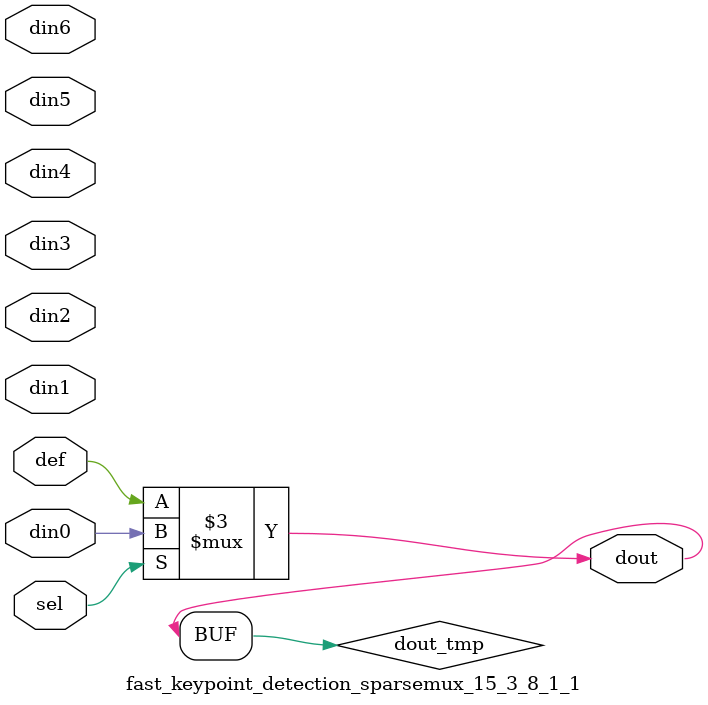
<source format=v>
`timescale 1ns / 1ps

module fast_keypoint_detection_sparsemux_15_3_8_1_1 (din0,din1,din2,din3,din4,din5,din6,def,sel,dout);

parameter din0_WIDTH = 1;

parameter din1_WIDTH = 1;

parameter din2_WIDTH = 1;

parameter din3_WIDTH = 1;

parameter din4_WIDTH = 1;

parameter din5_WIDTH = 1;

parameter din6_WIDTH = 1;

parameter def_WIDTH = 1;
parameter sel_WIDTH = 1;
parameter dout_WIDTH = 1;

parameter [sel_WIDTH-1:0] CASE0 = 1;

parameter [sel_WIDTH-1:0] CASE1 = 1;

parameter [sel_WIDTH-1:0] CASE2 = 1;

parameter [sel_WIDTH-1:0] CASE3 = 1;

parameter [sel_WIDTH-1:0] CASE4 = 1;

parameter [sel_WIDTH-1:0] CASE5 = 1;

parameter [sel_WIDTH-1:0] CASE6 = 1;

parameter ID = 1;
parameter NUM_STAGE = 1;



input [din0_WIDTH-1:0] din0;

input [din1_WIDTH-1:0] din1;

input [din2_WIDTH-1:0] din2;

input [din3_WIDTH-1:0] din3;

input [din4_WIDTH-1:0] din4;

input [din5_WIDTH-1:0] din5;

input [din6_WIDTH-1:0] din6;

input [def_WIDTH-1:0] def;
input [sel_WIDTH-1:0] sel;

output [dout_WIDTH-1:0] dout;



reg [dout_WIDTH-1:0] dout_tmp;


always @ (*) begin
(* parallel_case *) case (sel)
    
    CASE0 : dout_tmp = din0;
    
    CASE1 : dout_tmp = din1;
    
    CASE2 : dout_tmp = din2;
    
    CASE3 : dout_tmp = din3;
    
    CASE4 : dout_tmp = din4;
    
    CASE5 : dout_tmp = din5;
    
    CASE6 : dout_tmp = din6;
    
    default : dout_tmp = def;
endcase
end


assign dout = dout_tmp;



endmodule

</source>
